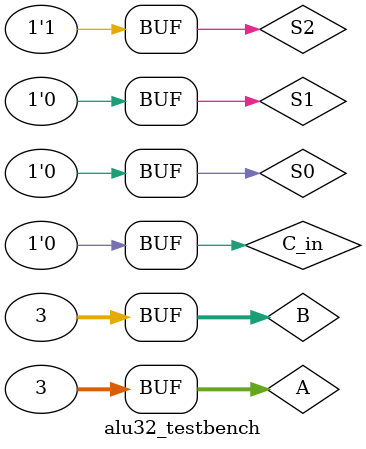
<source format=v>
`define DELAY 20
module alu32_testbench();

reg [31:0] A;
reg [31:0] B;

reg S2, S1, S0;
reg C_in;

wire [31:0] R;
wire C_out_sum, C_out_sub, Zero_bit, V_sum, V_sub;

alu32 alutb (.R(R), .C_out_sum(C_out_sum), .C_out_sub(C_out_sub), .Zero_bit(Zero_bit), .V_sum(V_sum), .V_sub(V_sub), .A(A), .B(B), .C_in(C_in) , .S0(S0), .S1(S1), .S2(S2));
//module alu32 (R, C_out_sum, C_out_sub, Zero_bit, V_sum, V_sub, A, B, C_in , S0, S1, S2);
	initial begin

		//------------------------------------------------------//

		A = 32'b00000000000000000000000000000011;  
		B = 32'b00000000000000000000000000000011;

		C_in = 1'b0;

		S2 = 1'b1;
		S1 = 1'b0;
		S0 = 1'b0;


end 

initial begin
$monitor("A= %32b, B= %32b, R= %32b, S2 = %1b, S1 = %1b, S0 = %1b, Zero_bit = %1b, C_in = %1b, C_out_sum = %1b, C_out_sub = %1b, V_sum = %1b, V_sub = %1b  ", A, B, R, S2, S1, S0, Zero_bit,  C_in, C_out_sum, C_out_sum, V_sum, V_sub,);
end

endmodule
</source>
